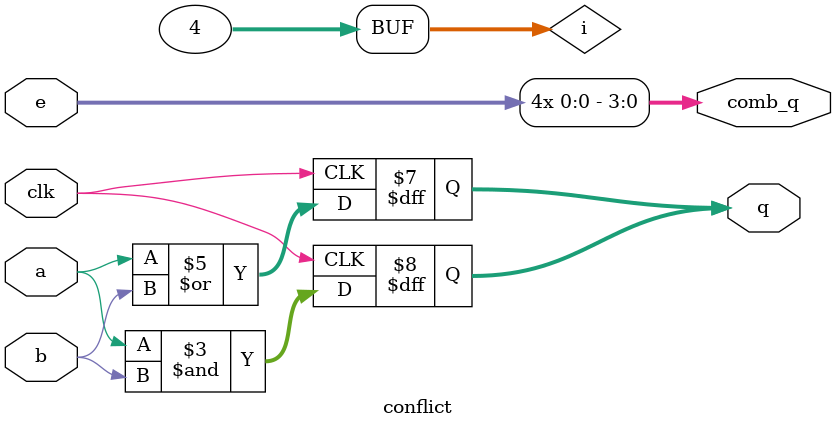
<source format=v>
module conflict(
    input clk,
    input a,
    input b,
    input e,
    output  reg [3:0] q,
    output reg [3:0] comb_q
);

    integer i;


    // always@(posedge clk) begin
    //     for(i=0;i<4;i++) begin
    //         q[i] <= a&b ;
    //     end
    // end

    // always@(posedge clk) begin
    //     for(i=0;i<4;i++) begin
    //         q[i] <= a|b ;
    //     end
    // end
    always@(posedge clk) begin
            q <= a&b ;
    end

    always@(posedge clk) begin
            q <= a|b ;
    end

    // assign wire_q = {4{e}};
   always@(*) begin
        for(i=0;i<4;i++) begin
            comb_q[i] = e ;
        end
   end






endmodule//the end

</source>
